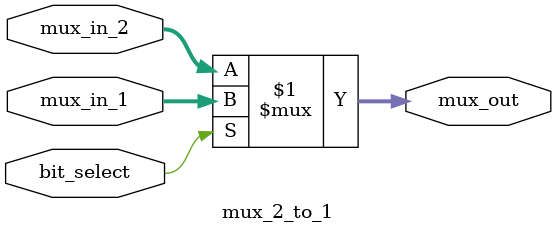
<source format=v>
`timescale 1ns / 1ps
module mux_2_to_1(
	input [31:0]		mux_in_1,
	input [31:0]		mux_in_2,
	input 				bit_select,
	output [31:0]		mux_out
    );

	assign mux_out = (bit_select) ? mux_in_1 : mux_in_2; 
	 
endmodule
</source>
